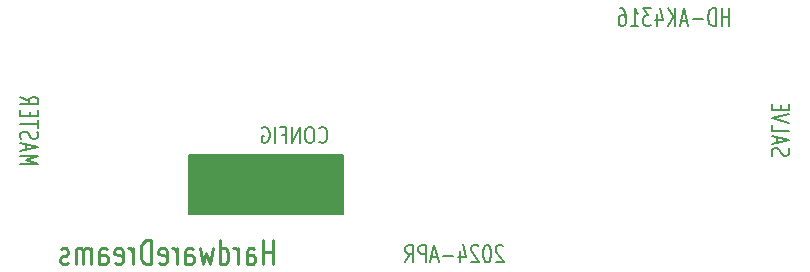
<source format=gbr>
%TF.GenerationSoftware,KiCad,Pcbnew,7.0.10*%
%TF.CreationDate,2024-04-17T13:25:17+09:00*%
%TF.ProjectId,HD-AK4316,48442d41-4b34-4333-9136-2e6b69636164,rev?*%
%TF.SameCoordinates,PX7735940PY47868c0*%
%TF.FileFunction,Legend,Bot*%
%TF.FilePolarity,Positive*%
%FSLAX46Y46*%
G04 Gerber Fmt 4.6, Leading zero omitted, Abs format (unit mm)*
G04 Created by KiCad (PCBNEW 7.0.10) date 2024-04-17 13:25:17*
%MOMM*%
%LPD*%
G01*
G04 APERTURE LIST*
%ADD10C,0.150000*%
%ADD11C,0.200000*%
%ADD12C,0.250000*%
G04 APERTURE END LIST*
D10*
X16600000Y10700000D02*
X29600000Y10700000D01*
X29600000Y5700000D01*
X16600000Y5700000D01*
X16600000Y10700000D01*
G36*
X16600000Y10700000D02*
G01*
X29600000Y10700000D01*
X29600000Y5700000D01*
X16600000Y5700000D01*
X16600000Y10700000D01*
G37*
D11*
X43158898Y2951115D02*
X43106517Y3022543D01*
X43106517Y3022543D02*
X43001755Y3093972D01*
X43001755Y3093972D02*
X42739850Y3093972D01*
X42739850Y3093972D02*
X42635088Y3022543D01*
X42635088Y3022543D02*
X42582707Y2951115D01*
X42582707Y2951115D02*
X42530326Y2808258D01*
X42530326Y2808258D02*
X42530326Y2665400D01*
X42530326Y2665400D02*
X42582707Y2451115D01*
X42582707Y2451115D02*
X43211279Y1593972D01*
X43211279Y1593972D02*
X42530326Y1593972D01*
X41849374Y3093972D02*
X41744612Y3093972D01*
X41744612Y3093972D02*
X41639850Y3022543D01*
X41639850Y3022543D02*
X41587469Y2951115D01*
X41587469Y2951115D02*
X41535088Y2808258D01*
X41535088Y2808258D02*
X41482707Y2522543D01*
X41482707Y2522543D02*
X41482707Y2165400D01*
X41482707Y2165400D02*
X41535088Y1879686D01*
X41535088Y1879686D02*
X41587469Y1736829D01*
X41587469Y1736829D02*
X41639850Y1665400D01*
X41639850Y1665400D02*
X41744612Y1593972D01*
X41744612Y1593972D02*
X41849374Y1593972D01*
X41849374Y1593972D02*
X41954136Y1665400D01*
X41954136Y1665400D02*
X42006517Y1736829D01*
X42006517Y1736829D02*
X42058898Y1879686D01*
X42058898Y1879686D02*
X42111279Y2165400D01*
X42111279Y2165400D02*
X42111279Y2522543D01*
X42111279Y2522543D02*
X42058898Y2808258D01*
X42058898Y2808258D02*
X42006517Y2951115D01*
X42006517Y2951115D02*
X41954136Y3022543D01*
X41954136Y3022543D02*
X41849374Y3093972D01*
X41063660Y2951115D02*
X41011279Y3022543D01*
X41011279Y3022543D02*
X40906517Y3093972D01*
X40906517Y3093972D02*
X40644612Y3093972D01*
X40644612Y3093972D02*
X40539850Y3022543D01*
X40539850Y3022543D02*
X40487469Y2951115D01*
X40487469Y2951115D02*
X40435088Y2808258D01*
X40435088Y2808258D02*
X40435088Y2665400D01*
X40435088Y2665400D02*
X40487469Y2451115D01*
X40487469Y2451115D02*
X41116041Y1593972D01*
X41116041Y1593972D02*
X40435088Y1593972D01*
X39492231Y2593972D02*
X39492231Y1593972D01*
X39754136Y3165400D02*
X40016041Y2093972D01*
X40016041Y2093972D02*
X39335088Y2093972D01*
X38916041Y2165400D02*
X38077946Y2165400D01*
X37606517Y2022543D02*
X37082707Y2022543D01*
X37711279Y1593972D02*
X37344612Y3093972D01*
X37344612Y3093972D02*
X36977945Y1593972D01*
X36611279Y1593972D02*
X36611279Y3093972D01*
X36611279Y3093972D02*
X36192231Y3093972D01*
X36192231Y3093972D02*
X36087469Y3022543D01*
X36087469Y3022543D02*
X36035088Y2951115D01*
X36035088Y2951115D02*
X35982707Y2808258D01*
X35982707Y2808258D02*
X35982707Y2593972D01*
X35982707Y2593972D02*
X36035088Y2451115D01*
X36035088Y2451115D02*
X36087469Y2379686D01*
X36087469Y2379686D02*
X36192231Y2308258D01*
X36192231Y2308258D02*
X36611279Y2308258D01*
X34882707Y1593972D02*
X35249374Y2308258D01*
X35511279Y1593972D02*
X35511279Y3093972D01*
X35511279Y3093972D02*
X35092231Y3093972D01*
X35092231Y3093972D02*
X34987469Y3022543D01*
X34987469Y3022543D02*
X34935088Y2951115D01*
X34935088Y2951115D02*
X34882707Y2808258D01*
X34882707Y2808258D02*
X34882707Y2593972D01*
X34882707Y2593972D02*
X34935088Y2451115D01*
X34935088Y2451115D02*
X34987469Y2379686D01*
X34987469Y2379686D02*
X35092231Y2308258D01*
X35092231Y2308258D02*
X35511279Y2308258D01*
X2293971Y9893483D02*
X3793971Y9893483D01*
X3793971Y9893483D02*
X2722542Y10260150D01*
X2722542Y10260150D02*
X3793971Y10626817D01*
X3793971Y10626817D02*
X2293971Y10626817D01*
X2722542Y11098245D02*
X2722542Y11622055D01*
X2293971Y10993483D02*
X3793971Y11360150D01*
X3793971Y11360150D02*
X2293971Y11726817D01*
X2365400Y12041102D02*
X2293971Y12198245D01*
X2293971Y12198245D02*
X2293971Y12460150D01*
X2293971Y12460150D02*
X2365400Y12564912D01*
X2365400Y12564912D02*
X2436828Y12617293D01*
X2436828Y12617293D02*
X2579685Y12669674D01*
X2579685Y12669674D02*
X2722542Y12669674D01*
X2722542Y12669674D02*
X2865400Y12617293D01*
X2865400Y12617293D02*
X2936828Y12564912D01*
X2936828Y12564912D02*
X3008257Y12460150D01*
X3008257Y12460150D02*
X3079685Y12250626D01*
X3079685Y12250626D02*
X3151114Y12145864D01*
X3151114Y12145864D02*
X3222542Y12093483D01*
X3222542Y12093483D02*
X3365400Y12041102D01*
X3365400Y12041102D02*
X3508257Y12041102D01*
X3508257Y12041102D02*
X3651114Y12093483D01*
X3651114Y12093483D02*
X3722542Y12145864D01*
X3722542Y12145864D02*
X3793971Y12250626D01*
X3793971Y12250626D02*
X3793971Y12512531D01*
X3793971Y12512531D02*
X3722542Y12669674D01*
X3793971Y12983959D02*
X3793971Y13612531D01*
X2293971Y13298245D02*
X3793971Y13298245D01*
X3079685Y13979197D02*
X3079685Y14345864D01*
X2293971Y14503007D02*
X2293971Y13979197D01*
X2293971Y13979197D02*
X3793971Y13979197D01*
X3793971Y13979197D02*
X3793971Y14503007D01*
X2293971Y15603007D02*
X3008257Y15236340D01*
X2293971Y14974435D02*
X3793971Y14974435D01*
X3793971Y14974435D02*
X3793971Y15393483D01*
X3793971Y15393483D02*
X3722542Y15498245D01*
X3722542Y15498245D02*
X3651114Y15550626D01*
X3651114Y15550626D02*
X3508257Y15603007D01*
X3508257Y15603007D02*
X3293971Y15603007D01*
X3293971Y15603007D02*
X3151114Y15550626D01*
X3151114Y15550626D02*
X3079685Y15498245D01*
X3079685Y15498245D02*
X3008257Y15393483D01*
X3008257Y15393483D02*
X3008257Y14974435D01*
D12*
X23678384Y1457762D02*
X23678384Y3457762D01*
X23678384Y2505381D02*
X22821241Y2505381D01*
X22821241Y1457762D02*
X22821241Y3457762D01*
X21464098Y1457762D02*
X21464098Y2505381D01*
X21464098Y2505381D02*
X21535526Y2695858D01*
X21535526Y2695858D02*
X21678383Y2791096D01*
X21678383Y2791096D02*
X21964098Y2791096D01*
X21964098Y2791096D02*
X22106955Y2695858D01*
X21464098Y1553000D02*
X21606955Y1457762D01*
X21606955Y1457762D02*
X21964098Y1457762D01*
X21964098Y1457762D02*
X22106955Y1553000D01*
X22106955Y1553000D02*
X22178383Y1743477D01*
X22178383Y1743477D02*
X22178383Y1933953D01*
X22178383Y1933953D02*
X22106955Y2124429D01*
X22106955Y2124429D02*
X21964098Y2219667D01*
X21964098Y2219667D02*
X21606955Y2219667D01*
X21606955Y2219667D02*
X21464098Y2314905D01*
X20749812Y1457762D02*
X20749812Y2791096D01*
X20749812Y2410143D02*
X20678383Y2600620D01*
X20678383Y2600620D02*
X20606955Y2695858D01*
X20606955Y2695858D02*
X20464097Y2791096D01*
X20464097Y2791096D02*
X20321240Y2791096D01*
X19178384Y1457762D02*
X19178384Y3457762D01*
X19178384Y1553000D02*
X19321241Y1457762D01*
X19321241Y1457762D02*
X19606955Y1457762D01*
X19606955Y1457762D02*
X19749812Y1553000D01*
X19749812Y1553000D02*
X19821241Y1648239D01*
X19821241Y1648239D02*
X19892669Y1838715D01*
X19892669Y1838715D02*
X19892669Y2410143D01*
X19892669Y2410143D02*
X19821241Y2600620D01*
X19821241Y2600620D02*
X19749812Y2695858D01*
X19749812Y2695858D02*
X19606955Y2791096D01*
X19606955Y2791096D02*
X19321241Y2791096D01*
X19321241Y2791096D02*
X19178384Y2695858D01*
X18606955Y2791096D02*
X18321241Y1457762D01*
X18321241Y1457762D02*
X18035526Y2410143D01*
X18035526Y2410143D02*
X17749812Y1457762D01*
X17749812Y1457762D02*
X17464098Y2791096D01*
X16249812Y1457762D02*
X16249812Y2505381D01*
X16249812Y2505381D02*
X16321240Y2695858D01*
X16321240Y2695858D02*
X16464097Y2791096D01*
X16464097Y2791096D02*
X16749812Y2791096D01*
X16749812Y2791096D02*
X16892669Y2695858D01*
X16249812Y1553000D02*
X16392669Y1457762D01*
X16392669Y1457762D02*
X16749812Y1457762D01*
X16749812Y1457762D02*
X16892669Y1553000D01*
X16892669Y1553000D02*
X16964097Y1743477D01*
X16964097Y1743477D02*
X16964097Y1933953D01*
X16964097Y1933953D02*
X16892669Y2124429D01*
X16892669Y2124429D02*
X16749812Y2219667D01*
X16749812Y2219667D02*
X16392669Y2219667D01*
X16392669Y2219667D02*
X16249812Y2314905D01*
X15535526Y1457762D02*
X15535526Y2791096D01*
X15535526Y2410143D02*
X15464097Y2600620D01*
X15464097Y2600620D02*
X15392669Y2695858D01*
X15392669Y2695858D02*
X15249811Y2791096D01*
X15249811Y2791096D02*
X15106954Y2791096D01*
X14035526Y1553000D02*
X14178383Y1457762D01*
X14178383Y1457762D02*
X14464098Y1457762D01*
X14464098Y1457762D02*
X14606955Y1553000D01*
X14606955Y1553000D02*
X14678383Y1743477D01*
X14678383Y1743477D02*
X14678383Y2505381D01*
X14678383Y2505381D02*
X14606955Y2695858D01*
X14606955Y2695858D02*
X14464098Y2791096D01*
X14464098Y2791096D02*
X14178383Y2791096D01*
X14178383Y2791096D02*
X14035526Y2695858D01*
X14035526Y2695858D02*
X13964098Y2505381D01*
X13964098Y2505381D02*
X13964098Y2314905D01*
X13964098Y2314905D02*
X14678383Y2124429D01*
X13321241Y1457762D02*
X13321241Y3457762D01*
X13321241Y3457762D02*
X12964098Y3457762D01*
X12964098Y3457762D02*
X12749812Y3362524D01*
X12749812Y3362524D02*
X12606955Y3172048D01*
X12606955Y3172048D02*
X12535526Y2981572D01*
X12535526Y2981572D02*
X12464098Y2600620D01*
X12464098Y2600620D02*
X12464098Y2314905D01*
X12464098Y2314905D02*
X12535526Y1933953D01*
X12535526Y1933953D02*
X12606955Y1743477D01*
X12606955Y1743477D02*
X12749812Y1553000D01*
X12749812Y1553000D02*
X12964098Y1457762D01*
X12964098Y1457762D02*
X13321241Y1457762D01*
X11821241Y1457762D02*
X11821241Y2791096D01*
X11821241Y2410143D02*
X11749812Y2600620D01*
X11749812Y2600620D02*
X11678384Y2695858D01*
X11678384Y2695858D02*
X11535526Y2791096D01*
X11535526Y2791096D02*
X11392669Y2791096D01*
X10321241Y1553000D02*
X10464098Y1457762D01*
X10464098Y1457762D02*
X10749813Y1457762D01*
X10749813Y1457762D02*
X10892670Y1553000D01*
X10892670Y1553000D02*
X10964098Y1743477D01*
X10964098Y1743477D02*
X10964098Y2505381D01*
X10964098Y2505381D02*
X10892670Y2695858D01*
X10892670Y2695858D02*
X10749813Y2791096D01*
X10749813Y2791096D02*
X10464098Y2791096D01*
X10464098Y2791096D02*
X10321241Y2695858D01*
X10321241Y2695858D02*
X10249813Y2505381D01*
X10249813Y2505381D02*
X10249813Y2314905D01*
X10249813Y2314905D02*
X10964098Y2124429D01*
X8964099Y1457762D02*
X8964099Y2505381D01*
X8964099Y2505381D02*
X9035527Y2695858D01*
X9035527Y2695858D02*
X9178384Y2791096D01*
X9178384Y2791096D02*
X9464099Y2791096D01*
X9464099Y2791096D02*
X9606956Y2695858D01*
X8964099Y1553000D02*
X9106956Y1457762D01*
X9106956Y1457762D02*
X9464099Y1457762D01*
X9464099Y1457762D02*
X9606956Y1553000D01*
X9606956Y1553000D02*
X9678384Y1743477D01*
X9678384Y1743477D02*
X9678384Y1933953D01*
X9678384Y1933953D02*
X9606956Y2124429D01*
X9606956Y2124429D02*
X9464099Y2219667D01*
X9464099Y2219667D02*
X9106956Y2219667D01*
X9106956Y2219667D02*
X8964099Y2314905D01*
X8249813Y1457762D02*
X8249813Y2791096D01*
X8249813Y2600620D02*
X8178384Y2695858D01*
X8178384Y2695858D02*
X8035527Y2791096D01*
X8035527Y2791096D02*
X7821241Y2791096D01*
X7821241Y2791096D02*
X7678384Y2695858D01*
X7678384Y2695858D02*
X7606956Y2505381D01*
X7606956Y2505381D02*
X7606956Y1457762D01*
X7606956Y2505381D02*
X7535527Y2695858D01*
X7535527Y2695858D02*
X7392670Y2791096D01*
X7392670Y2791096D02*
X7178384Y2791096D01*
X7178384Y2791096D02*
X7035527Y2695858D01*
X7035527Y2695858D02*
X6964098Y2505381D01*
X6964098Y2505381D02*
X6964098Y1457762D01*
X6321241Y1553000D02*
X6178384Y1457762D01*
X6178384Y1457762D02*
X5892670Y1457762D01*
X5892670Y1457762D02*
X5749813Y1553000D01*
X5749813Y1553000D02*
X5678384Y1743477D01*
X5678384Y1743477D02*
X5678384Y1838715D01*
X5678384Y1838715D02*
X5749813Y2029191D01*
X5749813Y2029191D02*
X5892670Y2124429D01*
X5892670Y2124429D02*
X6106956Y2124429D01*
X6106956Y2124429D02*
X6249813Y2219667D01*
X6249813Y2219667D02*
X6321241Y2410143D01*
X6321241Y2410143D02*
X6321241Y2505381D01*
X6321241Y2505381D02*
X6249813Y2695858D01*
X6249813Y2695858D02*
X6106956Y2791096D01*
X6106956Y2791096D02*
X5892670Y2791096D01*
X5892670Y2791096D02*
X5749813Y2695858D01*
D11*
X27577945Y11815067D02*
X27630326Y11748400D01*
X27630326Y11748400D02*
X27787469Y11681734D01*
X27787469Y11681734D02*
X27892231Y11681734D01*
X27892231Y11681734D02*
X28049374Y11748400D01*
X28049374Y11748400D02*
X28154136Y11881734D01*
X28154136Y11881734D02*
X28206517Y12015067D01*
X28206517Y12015067D02*
X28258898Y12281734D01*
X28258898Y12281734D02*
X28258898Y12481734D01*
X28258898Y12481734D02*
X28206517Y12748400D01*
X28206517Y12748400D02*
X28154136Y12881734D01*
X28154136Y12881734D02*
X28049374Y13015067D01*
X28049374Y13015067D02*
X27892231Y13081734D01*
X27892231Y13081734D02*
X27787469Y13081734D01*
X27787469Y13081734D02*
X27630326Y13015067D01*
X27630326Y13015067D02*
X27577945Y12948400D01*
X26896993Y13081734D02*
X26687469Y13081734D01*
X26687469Y13081734D02*
X26582707Y13015067D01*
X26582707Y13015067D02*
X26477945Y12881734D01*
X26477945Y12881734D02*
X26425564Y12615067D01*
X26425564Y12615067D02*
X26425564Y12148400D01*
X26425564Y12148400D02*
X26477945Y11881734D01*
X26477945Y11881734D02*
X26582707Y11748400D01*
X26582707Y11748400D02*
X26687469Y11681734D01*
X26687469Y11681734D02*
X26896993Y11681734D01*
X26896993Y11681734D02*
X27001755Y11748400D01*
X27001755Y11748400D02*
X27106517Y11881734D01*
X27106517Y11881734D02*
X27158898Y12148400D01*
X27158898Y12148400D02*
X27158898Y12615067D01*
X27158898Y12615067D02*
X27106517Y12881734D01*
X27106517Y12881734D02*
X27001755Y13015067D01*
X27001755Y13015067D02*
X26896993Y13081734D01*
X25954136Y11681734D02*
X25954136Y13081734D01*
X25954136Y13081734D02*
X25325564Y11681734D01*
X25325564Y11681734D02*
X25325564Y13081734D01*
X24435088Y12415067D02*
X24801755Y12415067D01*
X24801755Y11681734D02*
X24801755Y13081734D01*
X24801755Y13081734D02*
X24277945Y13081734D01*
X23858898Y11681734D02*
X23858898Y13081734D01*
X22758897Y13015067D02*
X22863659Y13081734D01*
X22863659Y13081734D02*
X23020802Y13081734D01*
X23020802Y13081734D02*
X23177945Y13015067D01*
X23177945Y13015067D02*
X23282707Y12881734D01*
X23282707Y12881734D02*
X23335088Y12748400D01*
X23335088Y12748400D02*
X23387469Y12481734D01*
X23387469Y12481734D02*
X23387469Y12281734D01*
X23387469Y12281734D02*
X23335088Y12015067D01*
X23335088Y12015067D02*
X23282707Y11881734D01*
X23282707Y11881734D02*
X23177945Y11748400D01*
X23177945Y11748400D02*
X23020802Y11681734D01*
X23020802Y11681734D02*
X22916040Y11681734D01*
X22916040Y11681734D02*
X22758897Y11748400D01*
X22758897Y11748400D02*
X22706516Y11815067D01*
X22706516Y11815067D02*
X22706516Y12281734D01*
X22706516Y12281734D02*
X22916040Y12281734D01*
X65965400Y10641102D02*
X65893971Y10798245D01*
X65893971Y10798245D02*
X65893971Y11060150D01*
X65893971Y11060150D02*
X65965400Y11164912D01*
X65965400Y11164912D02*
X66036828Y11217293D01*
X66036828Y11217293D02*
X66179685Y11269674D01*
X66179685Y11269674D02*
X66322542Y11269674D01*
X66322542Y11269674D02*
X66465400Y11217293D01*
X66465400Y11217293D02*
X66536828Y11164912D01*
X66536828Y11164912D02*
X66608257Y11060150D01*
X66608257Y11060150D02*
X66679685Y10850626D01*
X66679685Y10850626D02*
X66751114Y10745864D01*
X66751114Y10745864D02*
X66822542Y10693483D01*
X66822542Y10693483D02*
X66965400Y10641102D01*
X66965400Y10641102D02*
X67108257Y10641102D01*
X67108257Y10641102D02*
X67251114Y10693483D01*
X67251114Y10693483D02*
X67322542Y10745864D01*
X67322542Y10745864D02*
X67393971Y10850626D01*
X67393971Y10850626D02*
X67393971Y11112531D01*
X67393971Y11112531D02*
X67322542Y11269674D01*
X66322542Y11688721D02*
X66322542Y12212531D01*
X65893971Y11583959D02*
X67393971Y11950626D01*
X67393971Y11950626D02*
X65893971Y12317293D01*
X65893971Y13207769D02*
X65893971Y12683959D01*
X65893971Y12683959D02*
X67393971Y12683959D01*
X67393971Y13417292D02*
X65893971Y13783959D01*
X65893971Y13783959D02*
X67393971Y14150626D01*
X66679685Y14517292D02*
X66679685Y14883959D01*
X65893971Y15041102D02*
X65893971Y14517292D01*
X65893971Y14517292D02*
X67393971Y14517292D01*
X67393971Y14517292D02*
X67393971Y15041102D01*
X62306517Y21593972D02*
X62306517Y23093972D01*
X62306517Y22379686D02*
X61677945Y22379686D01*
X61677945Y21593972D02*
X61677945Y23093972D01*
X61154136Y21593972D02*
X61154136Y23093972D01*
X61154136Y23093972D02*
X60892231Y23093972D01*
X60892231Y23093972D02*
X60735088Y23022543D01*
X60735088Y23022543D02*
X60630326Y22879686D01*
X60630326Y22879686D02*
X60577945Y22736829D01*
X60577945Y22736829D02*
X60525564Y22451115D01*
X60525564Y22451115D02*
X60525564Y22236829D01*
X60525564Y22236829D02*
X60577945Y21951115D01*
X60577945Y21951115D02*
X60630326Y21808258D01*
X60630326Y21808258D02*
X60735088Y21665400D01*
X60735088Y21665400D02*
X60892231Y21593972D01*
X60892231Y21593972D02*
X61154136Y21593972D01*
X60054136Y22165400D02*
X59216041Y22165400D01*
X58744612Y22022543D02*
X58220802Y22022543D01*
X58849374Y21593972D02*
X58482707Y23093972D01*
X58482707Y23093972D02*
X58116040Y21593972D01*
X57749374Y21593972D02*
X57749374Y23093972D01*
X57120802Y21593972D02*
X57592231Y22451115D01*
X57120802Y23093972D02*
X57749374Y22236829D01*
X56177945Y22593972D02*
X56177945Y21593972D01*
X56439850Y23165400D02*
X56701755Y22093972D01*
X56701755Y22093972D02*
X56020802Y22093972D01*
X55706517Y23093972D02*
X55025564Y23093972D01*
X55025564Y23093972D02*
X55392231Y22522543D01*
X55392231Y22522543D02*
X55235088Y22522543D01*
X55235088Y22522543D02*
X55130326Y22451115D01*
X55130326Y22451115D02*
X55077945Y22379686D01*
X55077945Y22379686D02*
X55025564Y22236829D01*
X55025564Y22236829D02*
X55025564Y21879686D01*
X55025564Y21879686D02*
X55077945Y21736829D01*
X55077945Y21736829D02*
X55130326Y21665400D01*
X55130326Y21665400D02*
X55235088Y21593972D01*
X55235088Y21593972D02*
X55549374Y21593972D01*
X55549374Y21593972D02*
X55654136Y21665400D01*
X55654136Y21665400D02*
X55706517Y21736829D01*
X53977945Y21593972D02*
X54606517Y21593972D01*
X54292231Y21593972D02*
X54292231Y23093972D01*
X54292231Y23093972D02*
X54396993Y22879686D01*
X54396993Y22879686D02*
X54501755Y22736829D01*
X54501755Y22736829D02*
X54606517Y22665400D01*
X53035088Y23093972D02*
X53244612Y23093972D01*
X53244612Y23093972D02*
X53349374Y23022543D01*
X53349374Y23022543D02*
X53401755Y22951115D01*
X53401755Y22951115D02*
X53506517Y22736829D01*
X53506517Y22736829D02*
X53558898Y22451115D01*
X53558898Y22451115D02*
X53558898Y21879686D01*
X53558898Y21879686D02*
X53506517Y21736829D01*
X53506517Y21736829D02*
X53454136Y21665400D01*
X53454136Y21665400D02*
X53349374Y21593972D01*
X53349374Y21593972D02*
X53139850Y21593972D01*
X53139850Y21593972D02*
X53035088Y21665400D01*
X53035088Y21665400D02*
X52982707Y21736829D01*
X52982707Y21736829D02*
X52930326Y21879686D01*
X52930326Y21879686D02*
X52930326Y22236829D01*
X52930326Y22236829D02*
X52982707Y22379686D01*
X52982707Y22379686D02*
X53035088Y22451115D01*
X53035088Y22451115D02*
X53139850Y22522543D01*
X53139850Y22522543D02*
X53349374Y22522543D01*
X53349374Y22522543D02*
X53454136Y22451115D01*
X53454136Y22451115D02*
X53506517Y22379686D01*
X53506517Y22379686D02*
X53558898Y22236829D01*
M02*

</source>
